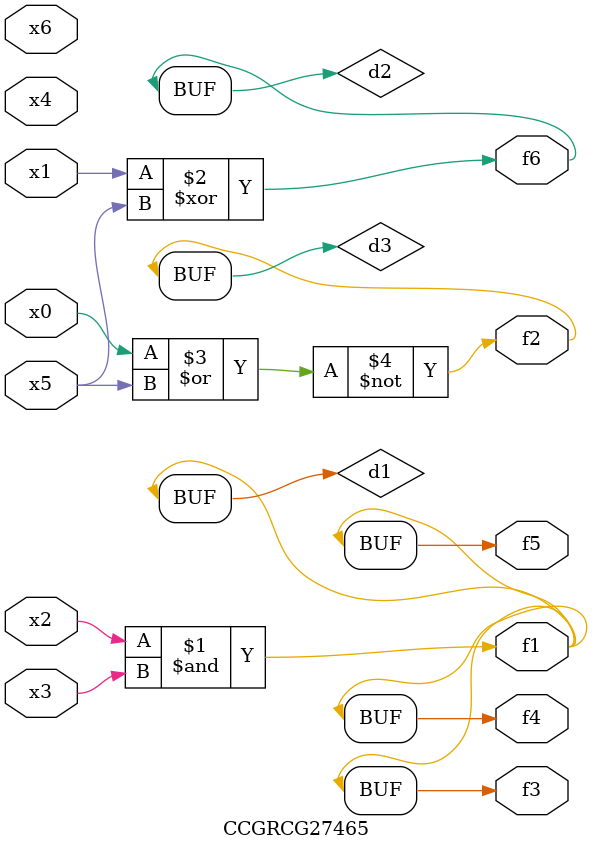
<source format=v>
module CCGRCG27465(
	input x0, x1, x2, x3, x4, x5, x6,
	output f1, f2, f3, f4, f5, f6
);

	wire d1, d2, d3;

	and (d1, x2, x3);
	xor (d2, x1, x5);
	nor (d3, x0, x5);
	assign f1 = d1;
	assign f2 = d3;
	assign f3 = d1;
	assign f4 = d1;
	assign f5 = d1;
	assign f6 = d2;
endmodule

</source>
